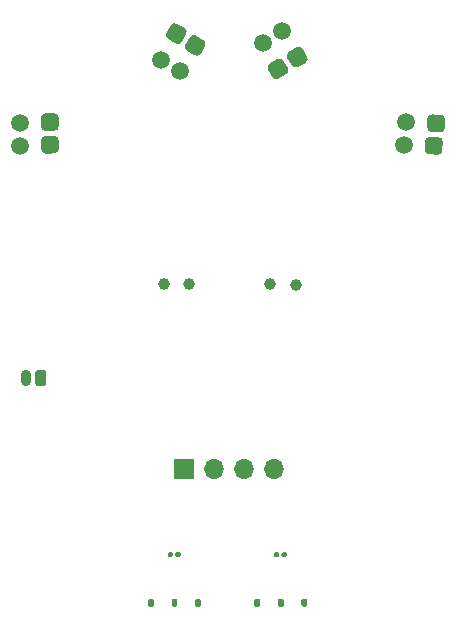
<source format=gbs>
G04 #@! TF.GenerationSoftware,KiCad,Pcbnew,(5.1.7)-1*
G04 #@! TF.CreationDate,2021-06-03T00:57:12+09:00*
G04 #@! TF.ProjectId,lapis,6c617069-732e-46b6-9963-61645f706362,rev?*
G04 #@! TF.SameCoordinates,Original*
G04 #@! TF.FileFunction,Soldermask,Bot*
G04 #@! TF.FilePolarity,Negative*
%FSLAX46Y46*%
G04 Gerber Fmt 4.6, Leading zero omitted, Abs format (unit mm)*
G04 Created by KiCad (PCBNEW (5.1.7)-1) date 2021-06-03 00:57:12*
%MOMM*%
%LPD*%
G01*
G04 APERTURE LIST*
%ADD10C,1.500000*%
%ADD11C,1.000000*%
%ADD12O,1.700000X1.700000*%
%ADD13R,1.700000X1.700000*%
%ADD14O,0.900000X1.400000*%
G04 APERTURE END LIST*
G36*
G01*
X140810000Y-129710000D02*
X140810000Y-129510000D01*
G75*
G02*
X140910000Y-129410000I100000J0D01*
G01*
X141170000Y-129410000D01*
G75*
G02*
X141270000Y-129510000I0J-100000D01*
G01*
X141270000Y-129710000D01*
G75*
G02*
X141170000Y-129810000I-100000J0D01*
G01*
X140910000Y-129810000D01*
G75*
G02*
X140810000Y-129710000I0J100000D01*
G01*
G37*
G36*
G01*
X140170000Y-129710000D02*
X140170000Y-129510000D01*
G75*
G02*
X140270000Y-129410000I100000J0D01*
G01*
X140530000Y-129410000D01*
G75*
G02*
X140630000Y-129510000I0J-100000D01*
G01*
X140630000Y-129710000D01*
G75*
G02*
X140530000Y-129810000I-100000J0D01*
G01*
X140270000Y-129810000D01*
G75*
G02*
X140170000Y-129710000I0J100000D01*
G01*
G37*
G36*
G01*
X149800000Y-129730000D02*
X149800000Y-129530000D01*
G75*
G02*
X149900000Y-129430000I100000J0D01*
G01*
X150160000Y-129430000D01*
G75*
G02*
X150260000Y-129530000I0J-100000D01*
G01*
X150260000Y-129730000D01*
G75*
G02*
X150160000Y-129830000I-100000J0D01*
G01*
X149900000Y-129830000D01*
G75*
G02*
X149800000Y-129730000I0J100000D01*
G01*
G37*
G36*
G01*
X149160000Y-129730000D02*
X149160000Y-129530000D01*
G75*
G02*
X149260000Y-129430000I100000J0D01*
G01*
X149520000Y-129430000D01*
G75*
G02*
X149620000Y-129530000I0J-100000D01*
G01*
X149620000Y-129730000D01*
G75*
G02*
X149520000Y-129830000I-100000J0D01*
G01*
X149260000Y-129830000D01*
G75*
G02*
X149160000Y-129730000I0J100000D01*
G01*
G37*
D10*
X160161547Y-94911355D03*
G36*
G01*
X163462631Y-94651403D02*
X163436456Y-95400946D01*
G75*
G02*
X163048597Y-95762631I-374772J13087D01*
G01*
X162299054Y-95736456D01*
G75*
G02*
X161937369Y-95348597I13087J374772D01*
G01*
X161963544Y-94599054D01*
G75*
G02*
X162351403Y-94237369I374772J-13087D01*
G01*
X163100946Y-94263544D01*
G75*
G02*
X163462631Y-94651403I-13087J-374772D01*
G01*
G37*
G36*
G01*
X150199760Y-88962020D02*
X149550240Y-89337020D01*
G75*
G02*
X149037980Y-89199760I-187500J324760D01*
G01*
X148662980Y-88550240D01*
G75*
G02*
X148800240Y-88037980I324760J187500D01*
G01*
X149449760Y-87662980D01*
G75*
G02*
X149962020Y-87800240I187500J-324760D01*
G01*
X150337020Y-88449760D01*
G75*
G02*
X150199760Y-88962020I-324760J-187500D01*
G01*
G37*
X148230000Y-86300295D03*
X141230000Y-88699705D03*
G36*
G01*
X142550240Y-85662980D02*
X143199760Y-86037980D01*
G75*
G02*
X143337020Y-86550240I-187500J-324760D01*
G01*
X142962020Y-87199760D01*
G75*
G02*
X142449760Y-87337020I-324760J187500D01*
G01*
X141800240Y-86962020D01*
G75*
G02*
X141662980Y-86449760I187500J324760D01*
G01*
X142037980Y-85800240D01*
G75*
G02*
X142550240Y-85662980I324760J-187500D01*
G01*
G37*
X127661547Y-94988645D03*
G36*
G01*
X130936456Y-94499054D02*
X130962631Y-95248597D01*
G75*
G02*
X130600946Y-95636456I-374772J-13087D01*
G01*
X129851403Y-95662631D01*
G75*
G02*
X129463544Y-95300946I-13087J374772D01*
G01*
X129437369Y-94551403D01*
G75*
G02*
X129799054Y-94163544I374772J13087D01*
G01*
X130548597Y-94137369D01*
G75*
G02*
X130936456Y-94499054I13087J-374772D01*
G01*
G37*
G36*
G01*
X130936456Y-92599054D02*
X130962631Y-93348597D01*
G75*
G02*
X130600946Y-93736456I-374772J-13087D01*
G01*
X129851403Y-93762631D01*
G75*
G02*
X129463544Y-93400946I-13087J374772D01*
G01*
X129437369Y-92651403D01*
G75*
G02*
X129799054Y-92263544I374772J13087D01*
G01*
X130548597Y-92237369D01*
G75*
G02*
X130936456Y-92599054I13087J-374772D01*
G01*
G37*
X127661547Y-93088645D03*
G36*
G01*
X151844760Y-87957020D02*
X151195240Y-88332020D01*
G75*
G02*
X150682980Y-88194760I-187500J324760D01*
G01*
X150307980Y-87545240D01*
G75*
G02*
X150445240Y-87032980I324760J187500D01*
G01*
X151094760Y-86657980D01*
G75*
G02*
X151607020Y-86795240I187500J-324760D01*
G01*
X151982020Y-87444760D01*
G75*
G02*
X151844760Y-87957020I-324760J-187500D01*
G01*
G37*
X149875000Y-85295295D03*
X139630000Y-87699705D03*
G36*
G01*
X140950240Y-84662980D02*
X141599760Y-85037980D01*
G75*
G02*
X141737020Y-85550240I-187500J-324760D01*
G01*
X141362020Y-86199760D01*
G75*
G02*
X140849760Y-86337020I-324760J187500D01*
G01*
X140200240Y-85962020D01*
G75*
G02*
X140062980Y-85449760I187500J324760D01*
G01*
X140437980Y-84800240D01*
G75*
G02*
X140950240Y-84662980I324760J-187500D01*
G01*
G37*
X160361547Y-93011355D03*
G36*
G01*
X163662631Y-92751403D02*
X163636456Y-93500946D01*
G75*
G02*
X163248597Y-93862631I-374772J13087D01*
G01*
X162499054Y-93836456D01*
G75*
G02*
X162137369Y-93448597I13087J374772D01*
G01*
X162163544Y-92699054D01*
G75*
G02*
X162551403Y-92337369I374772J-13087D01*
G01*
X163300946Y-92363544D01*
G75*
G02*
X163662631Y-92751403I-13087J-374772D01*
G01*
G37*
D11*
X148800000Y-106735000D03*
X151000000Y-106800000D03*
X141990000Y-106670000D03*
X139850000Y-106690000D03*
D12*
X149160000Y-122360000D03*
X146620000Y-122360000D03*
X144080000Y-122360000D03*
D13*
X141540000Y-122360000D03*
G36*
G01*
X142995000Y-133465000D02*
X142995000Y-133915000D01*
G75*
G02*
X142870000Y-134040000I-125000J0D01*
G01*
X142620000Y-134040000D01*
G75*
G02*
X142495000Y-133915000I0J125000D01*
G01*
X142495000Y-133465000D01*
G75*
G02*
X142620000Y-133340000I125000J0D01*
G01*
X142870000Y-133340000D01*
G75*
G02*
X142995000Y-133465000I0J-125000D01*
G01*
G37*
G36*
G01*
X140995000Y-133465000D02*
X140995000Y-133915000D01*
G75*
G02*
X140870000Y-134040000I-125000J0D01*
G01*
X140620000Y-134040000D01*
G75*
G02*
X140495000Y-133915000I0J125000D01*
G01*
X140495000Y-133465000D01*
G75*
G02*
X140620000Y-133340000I125000J0D01*
G01*
X140870000Y-133340000D01*
G75*
G02*
X140995000Y-133465000I0J-125000D01*
G01*
G37*
G36*
G01*
X138995000Y-133465000D02*
X138995000Y-133915000D01*
G75*
G02*
X138870000Y-134040000I-125000J0D01*
G01*
X138620000Y-134040000D01*
G75*
G02*
X138495000Y-133915000I0J125000D01*
G01*
X138495000Y-133465000D01*
G75*
G02*
X138620000Y-133340000I125000J0D01*
G01*
X138870000Y-133340000D01*
G75*
G02*
X138995000Y-133465000I0J-125000D01*
G01*
G37*
D14*
X128175000Y-114675000D03*
G36*
G01*
X129875000Y-114200000D02*
X129875000Y-115150000D01*
G75*
G02*
X129650000Y-115375000I-225000J0D01*
G01*
X129200000Y-115375000D01*
G75*
G02*
X128975000Y-115150000I0J225000D01*
G01*
X128975000Y-114200000D01*
G75*
G02*
X129200000Y-113975000I225000J0D01*
G01*
X129650000Y-113975000D01*
G75*
G02*
X129875000Y-114200000I0J-225000D01*
G01*
G37*
G36*
G01*
X152000000Y-133465000D02*
X152000000Y-133915000D01*
G75*
G02*
X151875000Y-134040000I-125000J0D01*
G01*
X151625000Y-134040000D01*
G75*
G02*
X151500000Y-133915000I0J125000D01*
G01*
X151500000Y-133465000D01*
G75*
G02*
X151625000Y-133340000I125000J0D01*
G01*
X151875000Y-133340000D01*
G75*
G02*
X152000000Y-133465000I0J-125000D01*
G01*
G37*
G36*
G01*
X150000000Y-133465000D02*
X150000000Y-133915000D01*
G75*
G02*
X149875000Y-134040000I-125000J0D01*
G01*
X149625000Y-134040000D01*
G75*
G02*
X149500000Y-133915000I0J125000D01*
G01*
X149500000Y-133465000D01*
G75*
G02*
X149625000Y-133340000I125000J0D01*
G01*
X149875000Y-133340000D01*
G75*
G02*
X150000000Y-133465000I0J-125000D01*
G01*
G37*
G36*
G01*
X148000000Y-133465000D02*
X148000000Y-133915000D01*
G75*
G02*
X147875000Y-134040000I-125000J0D01*
G01*
X147625000Y-134040000D01*
G75*
G02*
X147500000Y-133915000I0J125000D01*
G01*
X147500000Y-133465000D01*
G75*
G02*
X147625000Y-133340000I125000J0D01*
G01*
X147875000Y-133340000D01*
G75*
G02*
X148000000Y-133465000I0J-125000D01*
G01*
G37*
M02*

</source>
